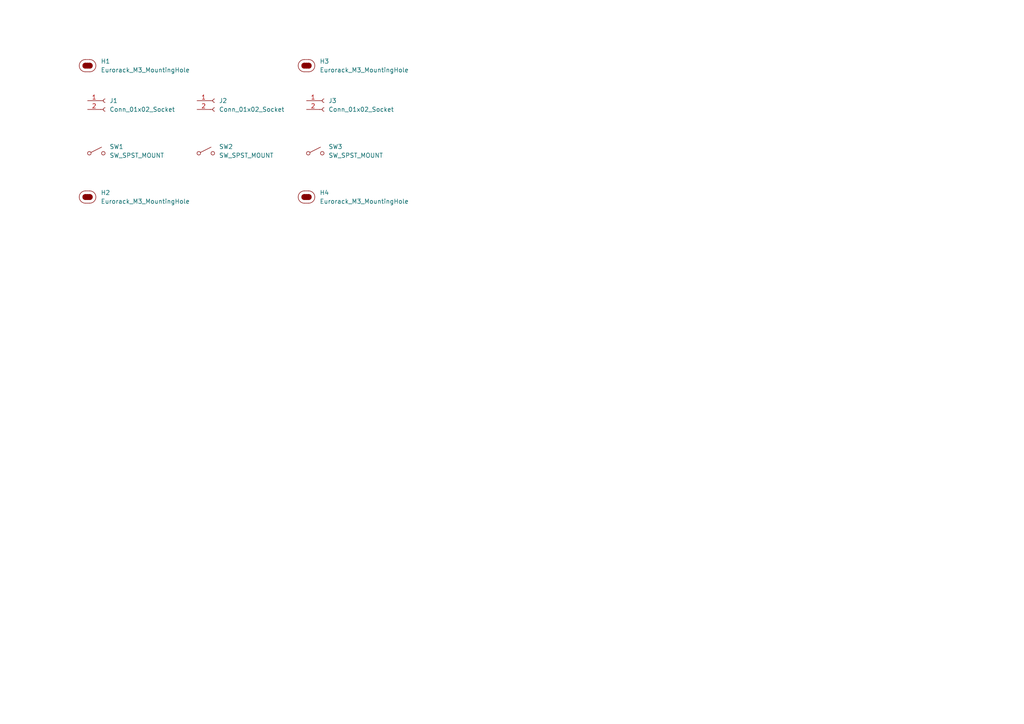
<source format=kicad_sch>
(kicad_sch (version 20231120) (generator "eeschema") (generator_version "8.0")
  (paper "A4")
  (lib_symbols
    (symbol "Connector:Conn_01x02_Socket" (pin_names (offset 1.016) hide)
      (property "Reference" "J" (at 0 2.54 0))
      (property "Value" "Conn_01x02_Socket" (at 0 -5.08 0))
      (symbol "Conn_01x02_Socket_1_1"
        (arc (start 0 -2.032) (mid -0.5058 -2.54) (end 0 -3.048) (stroke (width 0.1524)))
        (polyline (pts (xy -1.27 -2.54) (xy -0.508 -2.54)) (stroke (width 0.1524)))
        (polyline (pts (xy -1.27 0) (xy -0.508 0)) (stroke (width 0.1524)))
        (arc (start 0 0.508) (mid -0.5058 0) (end 0 -0.508) (stroke (width 0.1524)))
        (pin passive line (at -5.08 0 0) (length 3.81) (name "Pin_1") (number "1"))
        (pin passive line (at -5.08 -2.54 0) (length 3.81) (name "Pin_2") (number "2"))
      )
    )
    (symbol "EXC:Eurorack_M3_MountingHole" (pin_names (offset 1.016)) (exclude_from_sim yes) (in_bom no)
      (property "Reference" "H" (at 0 5.08 0))
      (property "Value" "Eurorack_M3_MountingHole" (at 0 3.175 0))
      (symbol "Eurorack_M3_MountingHole_0_1"
        (circle (center -0.635 0) (radius 0.762) (fill (type outline)))
        (arc (start -0.635 0.762) (mid -1.397 0) (end -0.635 -0.762))
        (arc (start -0.635 1.778) (mid -2.413 0) (end -0.635 -1.778))
        (polyline (pts (xy -0.635 -1.778) (xy 0.635 -1.778)))
        (polyline (pts (xy -0.635 -0.762) (xy 0.635 -0.762)))
        (polyline (pts (xy -0.635 0.762) (xy 0.635 0.762)))
        (polyline (pts (xy 0.635 1.778) (xy -0.635 1.778)))
        (circle (center 0 0) (radius 0.762) (fill (type outline)))
        (arc (start 0.6141 -1.778) (mid 2.4131 0) (end 0.6141 1.778))
        (arc (start 0.6227 -0.762) (mid 1.3971 0) (end 0.6227 0.762))
        (circle (center 0.635 0) (radius 0.762) (fill (type outline)))
      )
    )
    (symbol "EXC:SW_SPST-Cherry_Panel_Mount" (pin_names (offset 0) hide)
      (property "Reference" "SW" (at 0 3.175 0))
      (property "Value" "SW_SPST_MOUNT" (at 0 -2.032 0))
      (symbol "SW_SPST-Cherry_Panel_Mount_0_0"
        (circle (center -2.032 0) (radius 0.508))
        (polyline (pts (xy -1.524 0.254) (xy 1.524 1.778)))
        (circle (center 2.032 0) (radius 0.508))
      )
    )
  )
  (symbol (lib_id "EXC:SW_SPST-Cherry_Panel_Mount") (at 27.94 44.45 0) (unit 1)
    (property "Reference" "SW1" (at 31.75 42.5449 0) (effects (justify left)))
    (property "Value" "SW_SPST_MOUNT" (at 31.75 45.0849 0) (effects (justify left)))
    (property "Footprint" "EXC:SW_Cherry_MX_1.00u_Mount" (effects (hide yes)))
    (property "Datasheet" "https://hirosarts.com/blog/keycap-dimensions-guide-for-beginners/" (effects (hide yes)))
    (property "Description" "Single Pole Single Throw (SPST) panel-mount switch" (effects (hide yes)))
    (property "Source" "https://www.adafruit.com/product/4954" (effects (hide yes)))
  )
  (symbol (lib_id "EXC:SW_SPST-Cherry_Panel_Mount") (at 91.44 44.45 0) (unit 1)
    (property "Reference" "SW3" (at 95.25 42.5449 0) (effects (justify left)))
    (property "Value" "SW_SPST_MOUNT" (at 95.25 45.0849 0) (effects (justify left)))
    (property "Footprint" "EXC:SW_Cherry_MX_1.00u_Mount" (effects (hide yes)))
    (property "Datasheet" "https://hirosarts.com/blog/keycap-dimensions-guide-for-beginners/" (effects (hide yes)))
    (property "Description" "Single Pole Single Throw (SPST) panel-mount switch" (effects (hide yes)))
    (property "Source" "https://www.adafruit.com/product/4954" (effects (hide yes)))
  )
  (symbol (lib_id "EXC:Eurorack_M3_MountingHole") (at 25.4 57.15 0) (unit 1) (exclude_from_sim yes) (in_bom no)
    (property "Reference" "H2" (at 29.21 55.8799 0) (effects (justify left)))
    (property "Value" "Eurorack_M3_MountingHole" (at 29.21 58.4199 0) (effects (justify left)))
    (property "Footprint" "EXC:MountingHole_3.2mm_M3" (effects (hide yes)))
    (property "Description" "Mounting Hole without connection" (effects (hide yes)))
  )
  (symbol (lib_id "EXC:Eurorack_M3_MountingHole") (at 88.9 57.15 0) (unit 1) (exclude_from_sim yes) (in_bom no)
    (property "Reference" "H4" (at 92.71 55.8799 0) (effects (justify left)))
    (property "Value" "Eurorack_M3_MountingHole" (at 92.71 58.4199 0) (effects (justify left)))
    (property "Footprint" "EXC:MountingHole_3.2mm_M3" (effects (hide yes)))
    (property "Description" "Mounting Hole without connection" (effects (hide yes)))
  )
  (symbol (lib_id "Connector:Conn_01x02_Socket") (at 62.23 29.21 0) (unit 1)
    (property "Reference" "J2" (at 63.5 29.2099 0) (effects (justify left)))
    (property "Value" "Conn_01x02_Socket" (at 63.5 31.7499 0) (effects (justify left)))
    (property "Footprint" "Connector_PinSocket_2.54mm:PinSocket_1x02_P2.54mm_Vertical" (effects (hide yes)))
    (property "Description" "Generic connector, single row, 01x02, script generated" (effects (hide yes)))
  )
  (symbol (lib_id "Connector:Conn_01x02_Socket") (at 93.98 29.21 0) (unit 1)
    (property "Reference" "J3" (at 95.25 29.2099 0) (effects (justify left)))
    (property "Value" "Conn_01x02_Socket" (at 95.25 31.7499 0) (effects (justify left)))
    (property "Footprint" "Connector_PinSocket_2.54mm:PinSocket_1x02_P2.54mm_Vertical" (effects (hide yes)))
    (property "Description" "Generic connector, single row, 01x02, script generated" (effects (hide yes)))
  )
  (symbol (lib_id "EXC:Eurorack_M3_MountingHole") (at 25.4 19.05 0) (unit 1) (exclude_from_sim yes) (in_bom no)
    (property "Reference" "H1" (at 29.21 17.7799 0) (effects (justify left)))
    (property "Value" "Eurorack_M3_MountingHole" (at 29.21 20.3199 0) (effects (justify left)))
    (property "Footprint" "EXC:MountingHole_3.2mm_M3" (effects (hide yes)))
    (property "Description" "Mounting Hole without connection" (effects (hide yes)))
  )
  (symbol (lib_id "EXC:SW_SPST-Cherry_Panel_Mount") (at 59.69 44.45 0) (unit 1)
    (property "Reference" "SW2" (at 63.5 42.5449 0) (effects (justify left)))
    (property "Value" "SW_SPST_MOUNT" (at 63.5 45.0849 0) (effects (justify left)))
    (property "Footprint" "EXC:SW_Cherry_MX_1.00u_Mount" (effects (hide yes)))
    (property "Datasheet" "https://hirosarts.com/blog/keycap-dimensions-guide-for-beginners/" (effects (hide yes)))
    (property "Description" "Single Pole Single Throw (SPST) panel-mount switch" (effects (hide yes)))
    (property "Source" "https://www.adafruit.com/product/4954" (effects (hide yes)))
  )
  (symbol (lib_id "EXC:Eurorack_M3_MountingHole") (at 88.9 19.05 0) (unit 1) (exclude_from_sim yes) (in_bom no)
    (property "Reference" "H3" (at 92.71 17.7799 0) (effects (justify left)))
    (property "Value" "Eurorack_M3_MountingHole" (at 92.71 20.3199 0) (effects (justify left)))
    (property "Footprint" "EXC:MountingHole_3.2mm_M3" (effects (hide yes)))
    (property "Description" "Mounting Hole without connection" (effects (hide yes)))
  )
  (symbol (lib_id "Connector:Conn_01x02_Socket") (at 30.48 29.21 0) (unit 1)
    (property "Reference" "J1" (at 31.75 29.2099 0) (effects (justify left)))
    (property "Value" "Conn_01x02_Socket" (at 31.75 31.7499 0) (effects (justify left)))
    (property "Footprint" "Connector_PinSocket_2.54mm:PinSocket_1x02_P2.54mm_Vertical" (effects (hide yes)))
    (property "Description" "Generic connector, single row, 01x02, script generated" (effects (hide yes)))
  )
)
</source>
